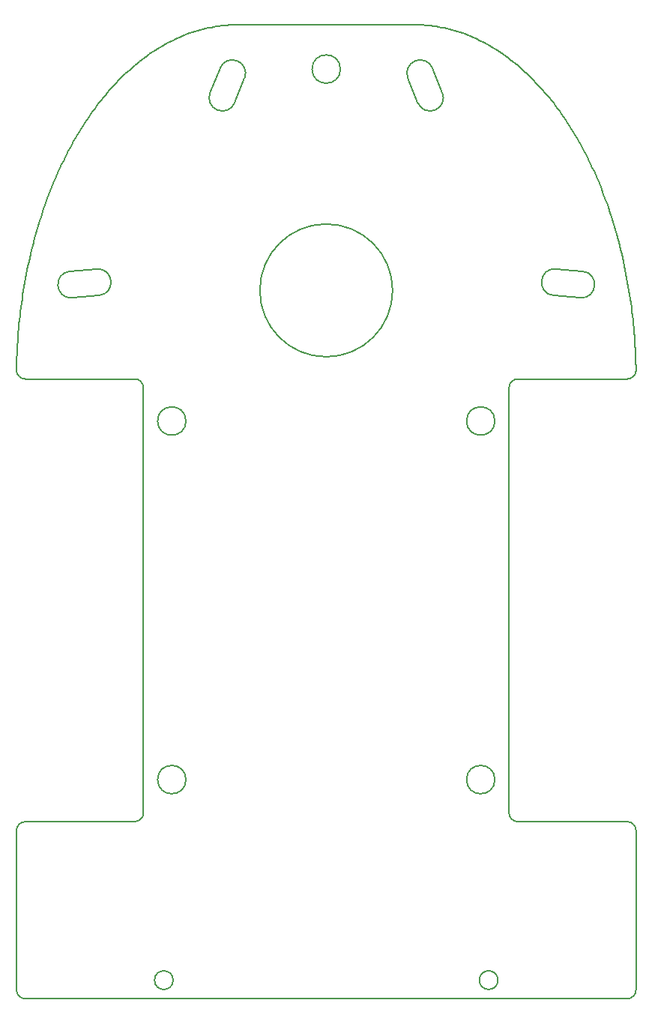
<source format=gbr>
G04 #@! TF.GenerationSoftware,KiCad,Pcbnew,7.0.9-7.0.9~ubuntu22.04.1*
G04 #@! TF.CreationDate,2023-12-15T19:10:04+09:00*
G04 #@! TF.ProjectId,fast_respect,66617374-5f72-4657-9370-6563742e6b69,rev?*
G04 #@! TF.SameCoordinates,Original*
G04 #@! TF.FileFunction,Profile,NP*
%FSLAX46Y46*%
G04 Gerber Fmt 4.6, Leading zero omitted, Abs format (unit mm)*
G04 Created by KiCad (PCBNEW 7.0.9-7.0.9~ubuntu22.04.1) date 2023-12-15 19:10:04*
%MOMM*%
%LPD*%
G01*
G04 APERTURE LIST*
G04 #@! TA.AperFunction,Profile*
%ADD10C,0.200000*%
G04 #@! TD*
G04 APERTURE END LIST*
D10*
X159400000Y-147900000D02*
G75*
G03*
X159400000Y-147900000I-1050000J0D01*
G01*
X159050000Y-84750000D02*
G75*
G03*
X159050000Y-84750000I-1600000J0D01*
G01*
X105000000Y-131000000D02*
X105000000Y-149000000D01*
X174542509Y-72382700D02*
X174483117Y-71908200D01*
X173788550Y-67699200D02*
X173693800Y-67239700D01*
X105085500Y-76695000D02*
X105062300Y-77177500D01*
X111269700Y-53506800D02*
X111070700Y-53871300D01*
X172152210Y-61459400D02*
X172010400Y-61031900D01*
X174132598Y-69554800D02*
X174051854Y-69088500D01*
X107709200Y-61889500D02*
X107573900Y-62322300D01*
X115046000Y-47944960D02*
X114804700Y-48236760D01*
X164954000Y-47944960D02*
X164710600Y-47657840D01*
X167480110Y-51403100D02*
X167262610Y-51066900D01*
X152716700Y-40236879D02*
X152415900Y-40187203D01*
X174993824Y-79111000D02*
X174985273Y-78627200D01*
X105516900Y-71908200D02*
X105457500Y-72382700D01*
X172934300Y-64078700D02*
X172812230Y-63636000D01*
X174937685Y-77177500D02*
X174914519Y-76695000D01*
X163715500Y-46557140D02*
X163461600Y-46294100D01*
X174957201Y-77660400D02*
X174937685Y-77177500D01*
X167042580Y-50734800D02*
X166820050Y-50407100D01*
X167695060Y-51743600D02*
X167480110Y-51403100D01*
X126084300Y-40493699D02*
X125785800Y-40572385D01*
X121692300Y-42273160D02*
X121407700Y-42436730D01*
X162163500Y-45053650D02*
X161898400Y-44820760D01*
X129697600Y-40002927D02*
X129395100Y-40011709D01*
X125785800Y-40572385D02*
X125488000Y-40656843D01*
X152114700Y-40143353D02*
X151813100Y-40105337D01*
X170418770Y-56920400D02*
X170242770Y-56526800D01*
X173879820Y-68160600D02*
X173788550Y-67699200D01*
X174598308Y-72858300D02*
X174542509Y-72382700D01*
X163461600Y-46294100D02*
X163205800Y-46035990D01*
X165905660Y-49139900D02*
X165671150Y-48834280D01*
X152415900Y-40187203D02*
X152114700Y-40143353D01*
X107313200Y-63195600D02*
X107187800Y-63636000D01*
X153017200Y-40292376D02*
X152716700Y-40236879D01*
X168929280Y-53871300D02*
X168730330Y-53506800D01*
X106306200Y-67239700D02*
X106211400Y-67699200D01*
X154214200Y-40572385D02*
X153915700Y-40493699D01*
X105062300Y-77177500D02*
X105042800Y-77660400D01*
X105214600Y-74770600D02*
X105176800Y-75250700D01*
X121124300Y-42605800D02*
X120842200Y-42780340D01*
X170591790Y-57317300D02*
X170418770Y-56920400D01*
X124150000Y-125250000D02*
G75*
G03*
X124150000Y-125250000I-1600000J0D01*
G01*
X165195300Y-48236760D02*
X164954000Y-47944960D01*
X105457500Y-72382700D02*
X105401700Y-72858300D01*
X161650000Y-80000000D02*
G75*
G03*
X160650000Y-81000000I0J-1000000D01*
G01*
X121407700Y-42436730D02*
X121124300Y-42605800D01*
X174914519Y-76695000D02*
X174887706Y-76213000D01*
X119179200Y-43941040D02*
X118907300Y-44153130D01*
X174000000Y-79999999D02*
G75*
G03*
X174993823Y-79110965I0J999999D01*
G01*
X122265200Y-41962610D02*
X121978200Y-42115110D01*
X111070700Y-53871300D02*
X110874500Y-54239700D01*
X168324240Y-52789500D02*
X168117150Y-52436800D01*
X156575700Y-41408480D02*
X156283400Y-41284020D01*
X110302900Y-55367000D02*
X110118100Y-55750100D01*
X162426800Y-45291650D02*
X162163500Y-45053650D01*
X173280270Y-65420800D02*
X173168330Y-64971200D01*
X105948100Y-69088500D02*
X105867400Y-69554800D01*
X129092800Y-40026343D02*
X128790700Y-40046828D01*
X130000000Y-40000000D02*
X129697600Y-40002927D01*
X109238200Y-57717600D02*
X109071200Y-58121100D01*
X106611200Y-65872500D02*
X106506100Y-66326200D01*
X105349500Y-73335000D02*
X105300900Y-73812600D01*
X110118100Y-55750100D02*
X109936200Y-56136700D01*
X128790700Y-40046828D02*
X128488600Y-40073161D01*
X174483117Y-71908200D02*
X174420142Y-71434900D01*
X127584100Y-40187203D02*
X127283300Y-40236879D01*
X163205800Y-46035990D02*
X162948000Y-45782860D01*
X114565600Y-48533220D02*
X114328800Y-48834280D01*
X116538400Y-46294100D02*
X116284500Y-46557140D01*
X175000000Y-131000000D02*
G75*
G03*
X174000000Y-130000000I-1000000J0D01*
G01*
X123133000Y-41538590D02*
X122842700Y-41674330D01*
X154809100Y-40747058D02*
X154512000Y-40656843D01*
X155401300Y-40944711D02*
X155105600Y-40843019D01*
X124150000Y-84750000D02*
G75*
G03*
X124150000Y-84750000I-1600000J0D01*
G01*
X170928750Y-58121100D02*
X170761790Y-57717600D01*
X105112300Y-76213000D02*
X105085500Y-76695000D01*
X174823157Y-75250700D02*
X174785430Y-74770600D01*
X108434300Y-59766500D02*
X108282900Y-60185400D01*
X151813100Y-40105337D02*
X151511400Y-40073161D01*
X166137830Y-49450040D02*
X165905660Y-49139900D01*
X106506100Y-66326200D02*
X106404400Y-66782000D01*
X107573900Y-62322300D02*
X107441900Y-62757700D01*
X169881900Y-55750100D02*
X169697090Y-55367000D01*
X153317200Y-40353684D02*
X153017200Y-40292376D01*
X153616700Y-40420795D02*
X153317200Y-40353684D01*
X174283478Y-70492100D02*
X174209810Y-70022700D01*
X150604900Y-40011709D02*
X150302400Y-40002927D01*
X106032400Y-68623700D02*
X105948100Y-69088500D01*
X118350000Y-130000000D02*
X106000000Y-130000000D01*
X174209810Y-70022700D02*
X174132598Y-69554800D01*
X112957400Y-50734800D02*
X112737400Y-51066900D01*
X161898400Y-44820760D02*
X161631500Y-44593030D01*
X155990200Y-41165230D02*
X155696200Y-41052120D01*
X174973065Y-78143700D02*
X174957201Y-77660400D01*
X129395100Y-40011709D02*
X129092800Y-40026343D01*
X157446600Y-41815670D02*
X157157300Y-41674330D01*
X170761790Y-57717600D02*
X170591790Y-57317300D01*
X113632400Y-49764650D02*
X113404900Y-50083700D01*
X165434360Y-48533220D02*
X165195300Y-48236760D01*
X173493910Y-66326200D02*
X173388800Y-65872500D01*
X114305375Y-70568372D02*
G75*
G03*
X114043911Y-67579820I-130775J1494272D01*
G01*
X106120200Y-68160600D02*
X106032400Y-68623700D01*
X113862200Y-49450040D02*
X113632400Y-49764650D01*
X152001770Y-44895529D02*
X153125589Y-47677080D01*
X172812230Y-63636000D02*
X172686830Y-63195600D01*
X164217200Y-47097860D02*
X163967400Y-46825070D01*
X168117150Y-52436800D02*
X167907420Y-52088200D01*
X118368500Y-44593030D02*
X118101600Y-44820760D01*
X158021800Y-42115110D02*
X157734800Y-41962610D01*
X111316794Y-70829871D02*
X114305378Y-70568404D01*
X107065700Y-64078700D02*
X106947000Y-64523800D01*
X164710600Y-47657840D02*
X164464900Y-47375460D01*
X157157300Y-41674330D02*
X156867000Y-41538590D01*
X160820800Y-43941040D02*
X160547400Y-43734220D01*
X165956092Y-67579789D02*
G75*
G03*
X165694622Y-70568403I-130692J-1494311D01*
G01*
X158307700Y-42273160D02*
X158021800Y-42115110D01*
X162688400Y-45534730D02*
X162426800Y-45291650D01*
X107989600Y-61031900D02*
X107847800Y-61459400D01*
X106719700Y-65420800D02*
X106611200Y-65872500D01*
X118101600Y-44820760D02*
X117836500Y-45053650D01*
X161650000Y-80000000D02*
X174000000Y-80000000D01*
X105176800Y-75250700D02*
X105142700Y-75731500D01*
X150000000Y-40000000D02*
X130000000Y-40000000D01*
X160547400Y-43734220D02*
X160272400Y-43532710D01*
X128186900Y-40105337D02*
X127885300Y-40143353D01*
X107441900Y-62757700D02*
X107313200Y-63195600D01*
X172290780Y-61889500D02*
X172152210Y-61459400D01*
X117052000Y-45782860D02*
X116794200Y-46035990D01*
X174985273Y-78627200D02*
X174973065Y-78143700D01*
X156867000Y-41538590D02*
X156575700Y-41408480D01*
X110490600Y-54987600D02*
X110302900Y-55367000D01*
X119350000Y-81000000D02*
G75*
G03*
X118350000Y-80000000I-1000000J0D01*
G01*
X171865370Y-60607300D02*
X171717140Y-60185400D01*
X119452600Y-43734220D02*
X119179200Y-43941040D01*
X117573200Y-45291650D02*
X117311600Y-45534730D01*
X105401700Y-72858300D02*
X105349500Y-73335000D01*
X174051854Y-69088500D02*
X173967590Y-68623700D01*
X116032600Y-46825070D02*
X115782800Y-47097860D01*
X174699099Y-73812600D02*
X174650508Y-73335000D01*
X172686830Y-63195600D02*
X172558110Y-62757700D01*
X165956089Y-67579820D02*
X168944673Y-67841287D01*
X167907420Y-52088200D02*
X167695060Y-51743600D01*
X174000000Y-130000000D02*
X161650000Y-130000000D01*
X108907400Y-58527800D02*
X108746500Y-58937600D01*
X106404400Y-66782000D02*
X106306200Y-67239700D01*
X159995900Y-43336540D02*
X159718000Y-43145740D01*
X126874411Y-47677080D02*
X127998230Y-44895529D01*
X162948000Y-45782860D02*
X162688400Y-45534730D01*
X114094300Y-49139900D02*
X113862200Y-49450040D01*
X173595580Y-66782000D02*
X173493910Y-66326200D01*
X122553400Y-41815670D02*
X122265200Y-41962610D01*
X122700000Y-147900000D02*
G75*
G03*
X122700000Y-147900000I-1050000J0D01*
G01*
X174887706Y-76213000D02*
X174857251Y-75731500D01*
X115535100Y-47375460D02*
X115289400Y-47657840D01*
X126383300Y-40420795D02*
X126084300Y-40493699D01*
X169318840Y-54611800D02*
X169125460Y-54239700D01*
X171253460Y-58937600D02*
X171092650Y-58527800D01*
X161631500Y-44593030D02*
X161362900Y-44370470D01*
X109408200Y-57317300D02*
X109238200Y-57717600D01*
X172426090Y-62322300D02*
X172290780Y-61889500D01*
X125488000Y-40656843D02*
X125190900Y-40747058D01*
X174744075Y-74291200D02*
X174699099Y-73812600D01*
X174353592Y-70962800D02*
X174283478Y-70492100D01*
X123424300Y-41408480D02*
X123133000Y-41538590D01*
X106831700Y-64971200D02*
X106719700Y-65420800D01*
X114804700Y-48236760D02*
X114565600Y-48533220D01*
X174420142Y-71434900D02*
X174353592Y-70962800D01*
X167262610Y-51066900D02*
X167042580Y-50734800D01*
X155696200Y-41052120D02*
X155401300Y-40944711D01*
X158875700Y-42605800D02*
X158592300Y-42436730D01*
X171411160Y-59350600D02*
X171253460Y-58937600D01*
X105042800Y-77660400D02*
X105026900Y-78143700D01*
X160272400Y-43532710D02*
X159995900Y-43336540D01*
X165671150Y-48834280D02*
X165434360Y-48533220D01*
X114328800Y-48834280D02*
X114094300Y-49139900D01*
X160650000Y-129000000D02*
G75*
G03*
X161650000Y-130000000I1000000J0D01*
G01*
X117836500Y-45053650D02*
X117573200Y-45291650D01*
X174785430Y-74770600D02*
X174744075Y-74291200D01*
X116794200Y-46035990D02*
X116538400Y-46294100D01*
X171717140Y-60185400D02*
X171565730Y-59766500D01*
X126874442Y-47677092D02*
G75*
G03*
X129655962Y-48800900I1390758J-561908D01*
G01*
X108282900Y-60185400D02*
X108134600Y-60607300D01*
X106211400Y-67699200D02*
X106120200Y-68160600D01*
X123716600Y-41284020D02*
X123424300Y-41408480D01*
X174857251Y-75731500D02*
X174823157Y-75250700D01*
X112737400Y-51066900D02*
X112519900Y-51403100D01*
X105646400Y-70962800D02*
X105579900Y-71434900D01*
X121978200Y-42115110D02*
X121692300Y-42273160D01*
X127283300Y-40236879D02*
X126982800Y-40292376D01*
X150344008Y-48800912D02*
G75*
G03*
X153125589Y-47677080I1390792J561912D01*
G01*
X108588800Y-59350600D02*
X108434300Y-59766500D01*
X111675800Y-52789500D02*
X111471400Y-53146200D01*
X111471400Y-53146200D02*
X111269700Y-53506800D01*
X115289400Y-47657840D02*
X115046000Y-47944960D01*
X111055331Y-67841336D02*
G75*
G03*
X111316794Y-70829870I130769J-1494264D01*
G01*
X124598700Y-40944711D02*
X124303800Y-41052120D01*
X170242770Y-56526800D02*
X170063800Y-56136700D01*
X120004100Y-43336540D02*
X119727600Y-43532710D01*
X172010400Y-61031900D02*
X171865370Y-60607300D01*
X154512000Y-40656843D02*
X154214200Y-40572385D01*
X168528640Y-53146200D02*
X168324240Y-52789500D01*
X108134600Y-60607300D02*
X107989600Y-61031900D01*
X109071200Y-58121100D02*
X108907400Y-58527800D01*
X124894400Y-40843019D02*
X124598700Y-40944711D01*
X105000000Y-149000000D02*
G75*
G03*
X106000000Y-150000000I1000000J0D01*
G01*
X163967400Y-46825070D02*
X163715500Y-46557140D01*
X119350000Y-81000000D02*
X119350000Y-129000000D01*
X105014700Y-78627200D02*
X105006200Y-79111000D01*
X160650000Y-129000000D02*
X160650000Y-81000000D01*
X113179900Y-50407100D02*
X112957400Y-50734800D01*
X161092700Y-44153130D02*
X160820800Y-43941040D01*
X118637100Y-44370470D02*
X118368500Y-44593030D01*
X159438600Y-42960330D02*
X159157800Y-42780340D01*
X119727600Y-43532710D02*
X119452600Y-43734220D01*
X105255900Y-74291200D02*
X105214600Y-74770600D01*
X124009800Y-41165230D02*
X123716600Y-41284020D01*
X115782800Y-47097860D02*
X115535100Y-47375460D01*
X109757200Y-56526800D02*
X109581200Y-56920400D01*
X108746500Y-58937600D02*
X108588800Y-59350600D01*
X106000000Y-80000000D02*
X118350000Y-80000000D01*
X172558110Y-62757700D02*
X172426090Y-62322300D01*
X105716500Y-70492100D02*
X105646400Y-70962800D01*
X171565730Y-59766500D02*
X171411160Y-59350600D01*
X112304900Y-51743600D02*
X112092600Y-52088200D01*
X120282000Y-43145740D02*
X120004100Y-43336540D01*
X120842200Y-42780340D02*
X120561400Y-42960330D01*
X158592300Y-42436730D02*
X158307700Y-42273160D01*
X166820050Y-50407100D02*
X166595060Y-50083700D01*
X105026900Y-78143700D02*
X105014700Y-78627200D01*
X127885300Y-40143353D02*
X127584100Y-40187203D01*
X105006176Y-79110965D02*
G75*
G03*
X106000000Y-80000000I993824J110965D01*
G01*
X125190900Y-40747058D02*
X124894400Y-40843019D01*
X159157800Y-42780340D02*
X158875700Y-42605800D01*
X109581200Y-56920400D02*
X109408200Y-57317300D01*
X170063800Y-56136700D02*
X169881900Y-55750100D01*
X174000000Y-150000000D02*
G75*
G03*
X175000000Y-149000000I0J1000000D01*
G01*
X124303800Y-41052120D02*
X124009800Y-41165230D01*
X152001807Y-44895514D02*
G75*
G03*
X149220218Y-46019348I-1390807J-561886D01*
G01*
X168683206Y-70829871D02*
X165694622Y-70568404D01*
X126682800Y-40353684D02*
X126383300Y-40420795D01*
X175000000Y-149000000D02*
X175000000Y-131000000D01*
X112519900Y-51403100D02*
X112304900Y-51743600D01*
X173168330Y-64971200D02*
X173053000Y-64523800D01*
X150302400Y-40002927D02*
X150000000Y-40000000D01*
X157734800Y-41962610D02*
X157446600Y-41815670D01*
X151209300Y-40046828D02*
X150907200Y-40026343D01*
X122842700Y-41674330D02*
X122553400Y-41815670D01*
X126982800Y-40292376D02*
X126682800Y-40353684D01*
X117311600Y-45534730D02*
X117052000Y-45782860D01*
X116284500Y-46557140D02*
X116032600Y-46825070D01*
X105867400Y-69554800D02*
X105790200Y-70022700D01*
X111882800Y-52436800D02*
X111675800Y-52789500D01*
X150907200Y-40026343D02*
X150604900Y-40011709D01*
X169509390Y-54987600D02*
X169318840Y-54611800D01*
X164464900Y-47375460D02*
X164217200Y-47097860D01*
X147500000Y-70000000D02*
G75*
G03*
X147500000Y-70000000I-7500000J0D01*
G01*
X113404900Y-50083700D02*
X113179900Y-50407100D01*
X105300900Y-73812600D02*
X105255900Y-74291200D01*
X118907300Y-44153130D02*
X118637100Y-44370470D01*
X151511400Y-40073161D02*
X151209300Y-40046828D01*
X109936200Y-56136700D02*
X109757200Y-56526800D01*
X141600000Y-45000000D02*
G75*
G03*
X141600000Y-45000000I-1600000J0D01*
G01*
X171092650Y-58527800D02*
X170928750Y-58121100D01*
X173967590Y-68623700D02*
X173879820Y-68160600D01*
X128488600Y-40073161D02*
X128186900Y-40105337D01*
X110874500Y-54239700D02*
X110681200Y-54611800D01*
X118350000Y-130000000D02*
G75*
G03*
X119350000Y-129000000I0J1000000D01*
G01*
X106000000Y-130000000D02*
G75*
G03*
X105000000Y-131000000I0J-1000000D01*
G01*
X130779745Y-46019333D02*
G75*
G03*
X127998230Y-44895529I-1390745J561933D01*
G01*
X130779782Y-46019348D02*
X129655962Y-48800900D01*
X169697090Y-55367000D02*
X169509390Y-54987600D01*
X173693800Y-67239700D02*
X173595580Y-66782000D01*
X161362900Y-44370470D02*
X161092700Y-44153130D01*
X173388800Y-65872500D02*
X173280270Y-65420800D01*
X159718000Y-43145740D02*
X159438600Y-42960330D01*
X174650508Y-73335000D02*
X174598308Y-72858300D01*
X114043911Y-67579820D02*
X111055327Y-67841287D01*
X105790200Y-70022700D02*
X105716500Y-70492100D01*
X110681200Y-54611800D02*
X110490600Y-54987600D01*
X166367650Y-49764650D02*
X166137830Y-49450040D01*
X159050000Y-125250000D02*
G75*
G03*
X159050000Y-125250000I-1600000J0D01*
G01*
X112092600Y-52088200D02*
X111882800Y-52436800D01*
X173053000Y-64523800D02*
X172934300Y-64078700D01*
X105579900Y-71434900D02*
X105516900Y-71908200D01*
X106947000Y-64523800D02*
X106831700Y-64971200D01*
X150344038Y-48800900D02*
X149220218Y-46019348D01*
X153915700Y-40493699D02*
X153616700Y-40420795D01*
X106000000Y-150000000D02*
X174000000Y-150000000D01*
X168683202Y-70829919D02*
G75*
G03*
X168944673Y-67841287I130698J1494319D01*
G01*
X156283400Y-41284020D02*
X155990200Y-41165230D01*
X107187800Y-63636000D02*
X107065700Y-64078700D01*
X168730330Y-53506800D02*
X168528640Y-53146200D01*
X169125460Y-54239700D02*
X168929280Y-53871300D01*
X155105600Y-40843019D02*
X154809100Y-40747058D01*
X120561400Y-42960330D02*
X120282000Y-43145740D01*
X166595060Y-50083700D02*
X166367650Y-49764650D01*
X107847800Y-61459400D02*
X107709200Y-61889500D01*
X105142700Y-75731500D02*
X105112300Y-76213000D01*
M02*

</source>
